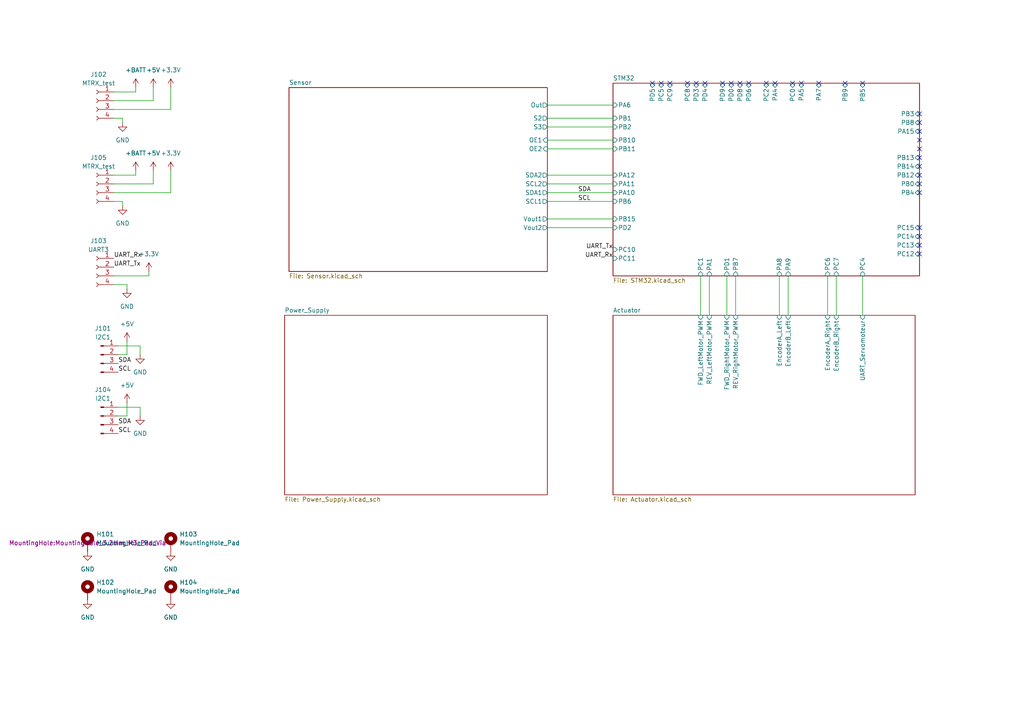
<source format=kicad_sch>
(kicad_sch (version 20211123) (generator eeschema)
  (paper "A4")
  (title_block (title "ESE_RuizHerbelinAsfary") (date "2022-09-30") (rev "0") (company "ENSEA"))
  (lib_symbols
    (symbol "Connector:Conn_01x04_Female" (pin_names (offset 1.016) hide)
      (property "Reference" "J" (at 0 5.08 0))
      (property "Value" "Conn_01x04_Female" (at 0 -7.62 0))
      (symbol "Conn_01x04_Female_1_1"
        (arc (start 0 -4.572) (mid -0.508 -5.08) (end 0 -5.588) (stroke (width 0.1524)))
        (arc (start 0 -2.032) (mid -0.508 -2.54) (end 0 -3.048) (stroke (width 0.1524)))
        (polyline (pts (xy -1.27 -5.08) (xy -0.508 -5.08)) (stroke (width 0.1524)))
        (polyline (pts (xy -1.27 -2.54) (xy -0.508 -2.54)) (stroke (width 0.1524)))
        (polyline (pts (xy -1.27 0) (xy -0.508 0)) (stroke (width 0.1524)))
        (polyline (pts (xy -1.27 2.54) (xy -0.508 2.54)) (stroke (width 0.1524)))
        (arc (start 0 0.508) (mid -0.508 0) (end 0 -0.508) (stroke (width 0.1524)))
        (arc (start 0 3.048) (mid -0.508 2.54) (end 0 2.032) (stroke (width 0.1524)))
        (pin passive line (at -5.08 2.54 0) (length 3.81) (name "Pin_1") (number "1"))
        (pin passive line (at -5.08 0 0) (length 3.81) (name "Pin_2") (number "2"))
        (pin passive line (at -5.08 -2.54 0) (length 3.81) (name "Pin_3") (number "3"))
        (pin passive line (at -5.08 -5.08 0) (length 3.81) (name "Pin_4") (number "4"))
      )
    )
    (symbol "Connector:Conn_01x04_Male" (pin_names (offset 1.016) hide)
      (property "Reference" "J" (at 0 5.08 0))
      (property "Value" "Conn_01x04_Male" (at 0 -7.62 0))
      (symbol "Conn_01x04_Male_1_1"
        (polyline (pts (xy 1.27 -5.08) (xy 0.8636 -5.08)) (stroke (width 0.1524)))
        (polyline (pts (xy 1.27 -2.54) (xy 0.8636 -2.54)) (stroke (width 0.1524)))
        (polyline (pts (xy 1.27 0) (xy 0.8636 0)) (stroke (width 0.1524)))
        (polyline (pts (xy 1.27 2.54) (xy 0.8636 2.54)) (stroke (width 0.1524)))
        (rectangle (start 0.8636 -4.953) (end 0 -5.207) (stroke (width 0.1524)) (fill (type outline)))
        (rectangle (start 0.8636 -2.413) (end 0 -2.667) (stroke (width 0.1524)) (fill (type outline)))
        (rectangle (start 0.8636 0.127) (end 0 -0.127) (stroke (width 0.1524)) (fill (type outline)))
        (rectangle (start 0.8636 2.667) (end 0 2.413) (stroke (width 0.1524)) (fill (type outline)))
        (pin passive line (at 5.08 2.54 180) (length 3.81) (name "Pin_1") (number "1"))
        (pin passive line (at 5.08 0 180) (length 3.81) (name "Pin_2") (number "2"))
        (pin passive line (at 5.08 -2.54 180) (length 3.81) (name "Pin_3") (number "3"))
        (pin passive line (at 5.08 -5.08 180) (length 3.81) (name "Pin_4") (number "4"))
      )
    )
    (symbol "Mechanical:MountingHole_Pad" (pin_numbers hide) (pin_names (offset 1.016) hide)
      (property "Reference" "H" (at 0 6.35 0))
      (property "Value" "MountingHole_Pad" (at 0 4.445 0))
      (symbol "MountingHole_Pad_0_1"
        (circle (center 0 1.27) (radius 1.27) (stroke (width 1.27)))
      )
      (symbol "MountingHole_Pad_1_1"
        (pin input line (at 0 -2.54 90) (length 2.54) (name "1") (number "1"))
      )
    )
    (symbol "power:+3.3V" (power) (pin_names (offset 0))
      (property "Value" "+3.3V" (at 0 3.556 0))
      (symbol "+3.3V_0_1"
        (polyline (pts (xy -0.762 1.27) (xy 0 2.54)))
        (polyline (pts (xy 0 0) (xy 0 2.54)))
        (polyline (pts (xy 0 2.54) (xy 0.762 1.27)))
      )
      (symbol "+3.3V_1_1"
        (pin power_in line (at 0 0 90) (length 0) hide (name "+3.3V") (number "1"))
      )
    )
    (symbol "power:+5V" (power) (pin_names (offset 0))
      (property "Value" "+5V" (at 0 3.556 0))
      (symbol "+5V_0_1"
        (polyline (pts (xy -0.762 1.27) (xy 0 2.54)))
        (polyline (pts (xy 0 0) (xy 0 2.54)))
        (polyline (pts (xy 0 2.54) (xy 0.762 1.27)))
      )
      (symbol "+5V_1_1"
        (pin power_in line (at 0 0 90) (length 0) hide (name "+5V") (number "1"))
      )
    )
    (symbol "power:+BATT" (power) (pin_names (offset 0))
      (property "Value" "+BATT" (at 0 3.556 0))
      (symbol "+BATT_0_1"
        (polyline (pts (xy -0.762 1.27) (xy 0 2.54)))
        (polyline (pts (xy 0 0) (xy 0 2.54)))
        (polyline (pts (xy 0 2.54) (xy 0.762 1.27)))
      )
      (symbol "+BATT_1_1"
        (pin power_in line (at 0 0 90) (length 0) hide (name "+BATT") (number "1"))
      )
    )
    (symbol "power:GND" (power) (pin_names (offset 0))
      (property "Value" "GND" (at 0 -3.81 0))
      (symbol "GND_0_1"
        (polyline (pts (xy 0 0) (xy 0 -1.27) (xy 1.27 -1.27) (xy 0 -2.54) (xy -1.27 -1.27) (xy 0 -1.27)))
      )
      (symbol "GND_1_1"
        (pin power_in line (at 0 0 270) (length 0) hide (name "GND") (number "1"))
      )
    )
  )
  (no_connect (at 266.7 38.1))
  (no_connect (at 229.87 24.13))
  (no_connect (at 266.7 53.34))
  (no_connect (at 266.7 40.64))
  (no_connect (at 194.31 24.13))
  (no_connect (at 250.19 24.13))
  (no_connect (at 266.7 35.56))
  (no_connect (at 232.41 24.13))
  (no_connect (at 201.93 24.13))
  (no_connect (at 266.7 68.58))
  (no_connect (at 266.7 66.04))
  (no_connect (at 189.23 24.13))
  (no_connect (at 237.49 24.13))
  (no_connect (at 266.7 50.8))
  (no_connect (at 266.7 33.02))
  (no_connect (at 217.17 24.13))
  (no_connect (at 224.79 24.13))
  (no_connect (at 212.09 24.13))
  (no_connect (at 191.77 24.13))
  (no_connect (at 199.39 24.13))
  (no_connect (at 266.7 73.66))
  (no_connect (at 266.7 71.12))
  (no_connect (at 245.11 24.13))
  (no_connect (at 266.7 45.72))
  (no_connect (at 204.47 24.13))
  (no_connect (at 266.7 43.18))
  (no_connect (at 266.7 48.26))
  (no_connect (at 209.55 24.13))
  (no_connect (at 222.25 24.13))
  (no_connect (at 214.63 24.13))
  (no_connect (at 266.7 55.88))
  (wire (pts (xy 33.02 29.21) (xy 44.45 29.21)))
  (wire (pts (xy 34.29 102.87) (xy 36.83 102.87)))
  (wire (pts (xy 33.02 80.01) (xy 43.18 80.01)))
  (wire (pts (xy 36.83 82.55) (xy 36.83 83.82)))
  (wire (pts (xy 250.19 80.01) (xy 250.19 91.44)))
  (wire (pts (xy 158.75 30.48) (xy 177.8 30.48)))
  (wire (pts (xy 35.56 58.42) (xy 35.56 59.69)))
  (wire (pts (xy 33.02 55.88) (xy 49.53 55.88)))
  (wire (pts (xy 43.18 80.01) (xy 43.18 78.74)))
  (wire (pts (xy 33.02 82.55) (xy 36.83 82.55)))
  (wire (pts (xy 40.64 100.33) (xy 40.64 102.87)))
  (wire (pts (xy 49.53 31.75) (xy 49.53 25.4)))
  (wire (pts (xy 158.75 43.18) (xy 177.8 43.18)))
  (wire (pts (xy 158.75 36.83) (xy 177.8 36.83)))
  (wire (pts (xy 36.83 102.87) (xy 36.83 99.06)))
  (wire (pts (xy 158.75 66.04) (xy 177.8 66.04)))
  (wire (pts (xy 36.83 120.65) (xy 36.83 116.84)))
  (wire (pts (xy 228.6 80.01) (xy 228.6 91.44)))
  (wire (pts (xy 205.74 80.01) (xy 205.74 91.44)))
  (wire (pts (xy 49.53 55.88) (xy 49.53 49.53)))
  (wire (pts (xy 158.75 58.42) (xy 177.8 58.42)))
  (wire (pts (xy 33.02 53.34) (xy 44.45 53.34)))
  (wire (pts (xy 158.75 40.64) (xy 177.8 40.64)))
  (wire (pts (xy 33.02 58.42) (xy 35.56 58.42)))
  (wire (pts (xy 34.29 118.11) (xy 40.64 118.11)))
  (wire (pts (xy 158.75 55.88) (xy 177.8 55.88)))
  (wire (pts (xy 35.56 34.29) (xy 35.56 35.56)))
  (wire (pts (xy 242.57 80.01) (xy 242.57 91.44)))
  (wire (pts (xy 33.02 50.8) (xy 39.37 50.8)))
  (wire (pts (xy 226.06 80.01) (xy 226.06 91.44)))
  (wire (pts (xy 39.37 26.67) (xy 39.37 25.4)))
  (wire (pts (xy 213.36 80.01) (xy 213.36 91.44)))
  (wire (pts (xy 34.29 120.65) (xy 36.83 120.65)))
  (wire (pts (xy 33.02 31.75) (xy 49.53 31.75)))
  (wire (pts (xy 158.75 34.29) (xy 177.8 34.29)))
  (wire (pts (xy 33.02 26.67) (xy 39.37 26.67)))
  (wire (pts (xy 158.75 63.5) (xy 177.8 63.5)))
  (wire (pts (xy 203.2 80.01) (xy 203.2 91.44)))
  (wire (pts (xy 158.75 53.34) (xy 177.8 53.34)))
  (wire (pts (xy 34.29 100.33) (xy 40.64 100.33)))
  (wire (pts (xy 210.82 80.01) (xy 210.82 91.44)))
  (wire (pts (xy 39.37 50.8) (xy 39.37 49.53)))
  (wire (pts (xy 33.02 34.29) (xy 35.56 34.29)))
  (wire (pts (xy 44.45 53.34) (xy 44.45 49.53)))
  (wire (pts (xy 158.75 50.8) (xy 177.8 50.8)))
  (wire (pts (xy 40.64 118.11) (xy 40.64 120.65)))
  (wire (pts (xy 240.03 80.01) (xy 240.03 91.44)))
  (wire (pts (xy 44.45 29.21) (xy 44.45 25.4)))
  (label "SCL" (at 34.29 107.95 0))
  (label "SDA" (at 34.29 105.41 0))
  (label "UART_Rx" (at 177.8 74.93 180))
  (label "SCL" (at 167.64 58.42 0))
  (label "UART_Tx" (at 33.02 77.47 0))
  (label "SDA" (at 167.64 55.88 0))
  (label "UART_Tx" (at 177.8 72.39 180))
  (label "UART_Rx" (at 33.02 74.93 0))
  (label "SDA" (at 34.29 123.19 0))
  (label "SCL" (at 34.29 125.73 0))
  (symbol (lib_id "power:GND") (at 49.53 160.02 0) (unit 1)
    (property "Reference" "#PWR0115" (effects hide))
    (property "Value" "GND" (at 49.53 165.1 0))
  )
  (symbol (lib_id "power:GND") (at 40.64 120.65 0) (unit 1)
    (property "Reference" "#PWR0108" (effects hide))
    (property "Value" "GND" (at 40.64 125.73 0))
  )
  (symbol (lib_id "power:GND") (at 49.53 173.99 0) (unit 1)
    (property "Reference" "#PWR0116" (effects hide))
    (property "Value" "GND" (at 49.53 179.07 0))
  )
  (symbol (lib_id "power:+3.3V") (at 49.53 49.53 0) (unit 1)
    (property "Reference" "#PWR0112" (effects hide))
    (property "Value" "+3.3V" (at 49.53 44.45 0))
  )
  (symbol (lib_id "Connector:Conn_01x04_Female") (at 27.94 29.21 0) (mirror y) (unit 1)
    (property "Reference" "J102" (at 28.575 21.59 0))
    (property "Value" "MTRX_test" (at 28.575 24.13 0))
    (property "Footprint" "Connector_PinHeader_2.54mm:PinHeader_1x04_P2.54mm_Vertical" (effects hide))
  )
  (symbol (lib_id "power:GND") (at 35.56 35.56 0) (unit 1)
    (property "Reference" "#PWR0102" (effects hide))
    (property "Value" "GND" (at 35.56 40.64 0))
  )
  (symbol (lib_id "power:+5V") (at 36.83 116.84 0) (unit 1)
    (property "Reference" "#PWR0107" (effects hide))
    (property "Value" "+5V" (at 36.83 111.76 0))
  )
  (symbol (lib_id "Connector:Conn_01x04_Male") (at 29.21 120.65 0) (unit 1)
    (property "Reference" "J104" (at 29.845 113.03 0))
    (property "Value" "I2C1" (at 29.845 115.57 0))
    (property "Footprint" "Connector_PinHeader_2.54mm:PinHeader_1x04_P2.54mm_Vertical" (effects hide))
  )
  (symbol (lib_id "power:GND") (at 40.64 102.87 0) (unit 1)
    (property "Reference" "#PWR0103" (effects hide))
    (property "Value" "GND" (at 40.64 107.95 0))
  )
  (symbol (lib_id "Mechanical:MountingHole_Pad") (at 49.53 157.48 0) (unit 1)
    (property "Reference" "H103" (at 52.07 154.9399 0) (effects (justify left)))
    (property "Value" "MountingHole_Pad" (at 52.07 157.4799 0) (effects (justify left)))
    (property "Footprint" "MountingHole:MountingHole_3.2mm_M3_Pad_Via" (effects hide))
  )
  (symbol (lib_id "power:GND") (at 35.56 59.69 0) (unit 1)
    (property "Reference" "#PWR0109" (effects hide))
    (property "Value" "GND" (at 35.56 64.77 0))
  )
  (symbol (lib_id "Mechanical:MountingHole_Pad") (at 25.4 171.45 0) (unit 1)
    (property "Reference" "H102" (at 27.94 168.9099 0) (effects (justify left)))
    (property "Value" "MountingHole_Pad" (at 27.94 171.4499 0) (effects (justify left)))
    (property "Footprint" "MountingHole:MountingHole_3.2mm_M3_Pad_Via" (effects hide))
  )
  (symbol (lib_id "power:+5V") (at 44.45 25.4 0) (unit 1)
    (property "Reference" "#PWR0105" (effects hide))
    (property "Value" "+5V" (at 44.45 20.32 0))
  )
  (symbol (lib_id "power:GND") (at 25.4 173.99 0) (unit 1)
    (property "Reference" "#PWR0114" (effects hide))
    (property "Value" "GND" (at 25.4 179.07 0))
  )
  (symbol (lib_id "power:+5V") (at 36.83 99.06 0) (unit 1)
    (property "Reference" "#PWR0101" (effects hide))
    (property "Value" "+5V" (at 36.83 93.98 0))
  )
  (symbol (lib_id "power:+3.3V") (at 43.18 78.74 0) (unit 1)
    (property "Reference" "#PWR0133" (effects hide))
    (property "Value" "+3.3V" (at 43.18 73.66 0))
  )
  (symbol (lib_id "Mechanical:MountingHole_Pad") (at 25.4 157.48 0) (unit 1)
    (property "Reference" "H101" (at 27.94 154.9399 0) (effects (justify left)))
    (property "Value" "MountingHole_Pad" (at 27.94 157.4799 0) (effects (justify left)))
    (property "Footprint" "MountingHole:MountingHole_3.2mm_M3_Pad_Via" (at 25.4 157.48 0))
  )
  (symbol (lib_id "power:+5V") (at 44.45 49.53 0) (unit 1)
    (property "Reference" "#PWR0111" (effects hide))
    (property "Value" "+5V" (at 44.45 44.45 0))
  )
  (symbol (lib_id "power:+BATT") (at 39.37 49.53 0) (unit 1)
    (property "Reference" "#PWR0110" (effects hide))
    (property "Value" "+BATT" (at 39.37 44.45 0))
  )
  (symbol (lib_id "Connector:Conn_01x04_Female") (at 27.94 77.47 0) (mirror y) (unit 1)
    (property "Reference" "J103" (at 28.575 69.85 0))
    (property "Value" "UART3" (at 28.575 72.39 0))
    (property "Footprint" "Connector_PinHeader_2.54mm:PinHeader_1x04_P2.54mm_Vertical" (effects hide))
  )
  (symbol (lib_id "Connector:Conn_01x04_Female") (at 27.94 53.34 0) (mirror y) (unit 1)
    (property "Reference" "J105" (at 28.575 45.72 0))
    (property "Value" "MTRX_test" (at 28.575 48.26 0))
    (property "Footprint" "Connector_PinHeader_2.54mm:PinHeader_1x04_P2.54mm_Vertical" (effects hide))
  )
  (symbol (lib_id "Mechanical:MountingHole_Pad") (at 49.53 171.45 0) (unit 1)
    (property "Reference" "H104" (at 52.07 168.9099 0) (effects (justify left)))
    (property "Value" "MountingHole_Pad" (at 52.07 171.4499 0) (effects (justify left)))
    (property "Footprint" "MountingHole:MountingHole_3.2mm_M3_Pad_Via" (effects hide))
  )
  (symbol (lib_id "Connector:Conn_01x04_Male") (at 29.21 102.87 0) (unit 1)
    (property "Reference" "J101" (at 29.845 95.25 0))
    (property "Value" "I2C1" (at 29.845 97.79 0))
    (property "Footprint" "Connector_PinHeader_2.54mm:PinHeader_1x04_P2.54mm_Vertical" (effects hide))
  )
  (symbol (lib_id "power:+BATT") (at 39.37 25.4 0) (unit 1)
    (property "Reference" "#PWR0104" (effects hide))
    (property "Value" "+BATT" (at 39.37 20.32 0))
  )
  (symbol (lib_id "power:GND") (at 36.83 83.82 0) (unit 1)
    (property "Reference" "#PWR0132" (effects hide))
    (property "Value" "GND" (at 36.83 88.9 0))
  )
  (symbol (lib_id "power:+3.3V") (at 49.53 25.4 0) (unit 1)
    (property "Reference" "#PWR0106" (effects hide))
    (property "Value" "+3.3V" (at 49.53 20.32 0))
  )
  (symbol (lib_id "power:GND") (at 25.4 160.02 0) (unit 1)
    (property "Reference" "#PWR0113" (effects hide))
    (property "Value" "GND" (at 25.4 165.1 0))
  )
  (sheet (at 83.82 25.4) (size 74.93 53.34) (stroke (width 0.1524))
    (property "Sheet name" "Sensor" (at 83.82 24.6884 0) (effects (justify left bottom)))
    (property "Sheet file" "Sensor.kicad_sch" (at 83.82 79.3246 0) (effects (justify left top)))
    (pin "S3" output (at 158.75 36.83 0))
    (pin "S2" output (at 158.75 34.29 0))
    (pin "Out" output (at 158.75 30.48 0))
    (pin "OE1" input (at 158.75 40.64 0))
    (pin "OE2" input (at 158.75 43.18 0))
    (pin "Vout2" output (at 158.75 66.04 0))
    (pin "Vout1" output (at 158.75 63.5 0))
    (pin "SCL2" output (at 158.75 53.34 0))
    (pin "SDA2" output (at 158.75 50.8 0))
    (pin "SDA1" output (at 158.75 55.88 0))
    (pin "SCL1" output (at 158.75 58.42 0))
  )
  (sheet (at 177.8 91.44) (size 87.63 52.07) (stroke (width 0.1524))
    (property "Sheet name" "Actuator" (at 177.8 90.7284 0) (effects (justify left bottom)))
    (property "Sheet file" "Actuator.kicad_sch" (at 177.8 144.0946 0) (effects (justify left top)))
    (pin "REV_LeftMotor_PWM" input (at 205.74 91.44 90))
    (pin "FWD_LeftMotor_PWM" input (at 203.2 91.44 90))
    (pin "UART_Servomoteur" input (at 250.19 91.44 90))
    (pin "FWD_RightMotor_PWM" input (at 210.82 91.44 90))
    (pin "REV_RightMotor_PWM" input (at 213.36 91.44 90))
    (pin "EncoderB_Right" input (at 242.57 91.44 90))
    (pin "EncoderA_Left" input (at 226.06 91.44 90))
    (pin "EncoderA_Right" input (at 240.03 91.44 90))
    (pin "EncoderB_Left" input (at 228.6 91.44 90))
  )
  (sheet (at 82.55 91.44) (size 76.2 52.07) (stroke (width 0.1524))
    (property "Sheet name" "Power_Supply" (at 82.55 90.7284 0) (effects (justify left bottom)))
    (property "Sheet file" "Power_Supply.kicad_sch" (at 82.55 144.0946 0) (effects (justify left top)))
  )
  (sheet (at 177.8 24.13) (size 88.9 55.88) (stroke (width 0.1524))
    (property "Sheet name" "STM32" (at 177.8 23.4184 0) (effects (justify left bottom)))
    (property "Sheet file" "STM32.kicad_sch" (at 177.8 80.5946 0) (effects (justify left top)))
    (pin "PD9" input (at 209.55 24.13 90))
    (pin "PD5" input (at 189.23 24.13 90))
    (pin "PC11" input (at 177.8 74.93 180))
    (pin "PC13" input (at 266.7 71.12 0))
    (pin "PC10" input (at 177.8 72.39 180))
    (pin "PC12" input (at 266.7 73.66 0))
    (pin "PC6" input (at 240.03 80.01 270))
    (pin "PC5" input (at 191.77 24.13 90))
    (pin "PC9" input (at 194.31 24.13 90))
    (pin "PC7" input (at 242.57 80.01 270))
    (pin "PC8" input (at 199.39 24.13 90))
    (pin "PD3" input (at 201.93 24.13 90))
    (pin "PD4" input (at 204.47 24.13 90))
    (pin "PD2" input (at 177.8 66.04 180))
    (pin "PD1" input (at 210.82 80.01 270))
    (pin "PD0" input (at 212.09 24.13 90))
    (pin "PD8" input (at 214.63 24.13 90))
    (pin "PD6" input (at 217.17 24.13 90))
    (pin "PC2" input (at 222.25 24.13 90))
    (pin "PC1" input (at 203.2 80.01 270))
    (pin "PC4" input (at 250.19 80.01 270))
    (pin "PC0" input (at 229.87 24.13 90))
    (pin "PA5" input (at 232.41 24.13 90))
    (pin "PA9" input (at 228.6 80.01 270))
    (pin "PA6" input (at 177.8 30.48 180))
    (pin "PA8" input (at 226.06 80.01 270))
    (pin "PA7" input (at 237.49 24.13 90))
    (pin "PB9" input (at 245.11 24.13 90))
    (pin "PB8" input (at 266.7 35.56 0))
    (pin "PB5" input (at 250.19 24.13 90))
    (pin "PB7" input (at 213.36 80.01 270))
    (pin "PB6" input (at 177.8 58.42 180))
    (pin "PA15" input (at 266.7 38.1 0))
    (pin "PA11" input (at 177.8 53.34 180))
    (pin "PA12" input (at 177.8 50.8 180))
    (pin "PA10" input (at 177.8 55.88 180))
    (pin "PB10" input (at 177.8 40.64 180))
    (pin "PB13" input (at 266.7 45.72 0))
    (pin "PB14" input (at 266.7 48.26 0))
    (pin "PB15" input (at 177.8 63.5 180))
    (pin "PB11" input (at 177.8 43.18 180))
    (pin "PB12" input (at 266.7 50.8 0))
    (pin "PB0" input (at 266.7 53.34 0))
    (pin "PB4" input (at 266.7 55.88 0))
    (pin "PB2" input (at 177.8 36.83 180))
    (pin "PB1" input (at 177.8 34.29 180))
    (pin "PB3" input (at 266.7 33.02 0))
    (pin "PA1" input (at 205.74 80.01 270))
    (pin "PA4" input (at 224.79 24.13 90))
    (pin "PC14" input (at 266.7 68.58 0))
    (pin "PC15" input (at 266.7 66.04 0))
  )
)
</source>
